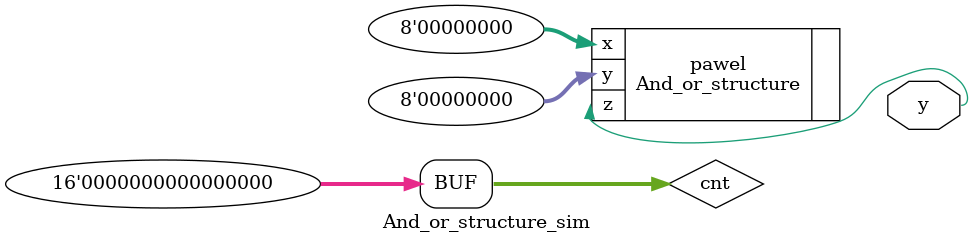
<source format=v>
`timescale 1ns / 1ps


module And_or_structure_sim(
        output y
    );
    reg [15:0]cnt=2'b0;
    initial
    begin
            #2; cnt=16'b0000000000000000; // 0
            #2; cnt=16'b1101110010110011; // 1
            #2; cnt=16'b0111110110111011; // 1
            #2; cnt=16'b0101110000000000; // 0
            #2; cnt=16'b0101110010100100; // 0
            #2; cnt=16'b0101110000100100; // 0
            #2; cnt=16'b0101110011010010; // 1
            #2; cnt=16'b1111111111111111; // 1
            #2; cnt=16'b0000000000000000; // 0
    end
    And_or_structure pawel
    (
        .x(cnt[7:0]),
        .y(cnt[15:8]),
        .z(y)
    );
endmodule

</source>
